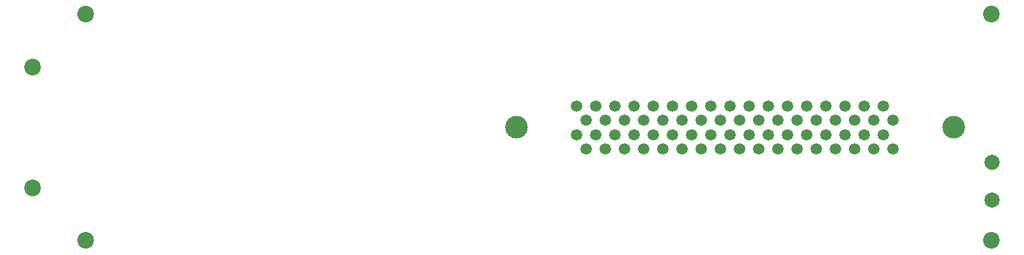
<source format=gbs>
G04 (created by PCBNEW (2013-mar-13)-testing) date Sat 16 Nov 2013 03:56:29 AM CET*
%MOIN*%
G04 Gerber Fmt 3.4, Leading zero omitted, Abs format*
%FSLAX34Y34*%
G01*
G70*
G90*
G04 APERTURE LIST*
%ADD10C,0.005906*%
%ADD11C,0.078740*%
%ADD12C,0.086614*%
%ADD13C,0.059055*%
%ADD14C,0.118110*%
G04 APERTURE END LIST*
G54D10*
G54D11*
X92550Y-54984D03*
X92550Y-53015D03*
G54D12*
X45275Y-45275D03*
X45275Y-57086D03*
X42519Y-48031D03*
X42519Y-54330D03*
G54D13*
X87383Y-50806D03*
X87383Y-52306D03*
X86883Y-50056D03*
X86883Y-51556D03*
X86383Y-50806D03*
X86383Y-52306D03*
X85883Y-50056D03*
X85883Y-51556D03*
X85383Y-50806D03*
X85383Y-52306D03*
X84883Y-50056D03*
X84883Y-51556D03*
X84383Y-50806D03*
X84383Y-52306D03*
X83883Y-50056D03*
X83883Y-51556D03*
X83383Y-50806D03*
X83383Y-52306D03*
X82883Y-50056D03*
X82883Y-51556D03*
X82383Y-50806D03*
X82383Y-52306D03*
X81883Y-50056D03*
X81883Y-51556D03*
X81383Y-50806D03*
X81383Y-52306D03*
X80883Y-50056D03*
X80883Y-51556D03*
X80383Y-50806D03*
X80383Y-52306D03*
X79883Y-50056D03*
X79883Y-51556D03*
X79383Y-50806D03*
X79383Y-52306D03*
X78883Y-50056D03*
X78883Y-51556D03*
X78383Y-50806D03*
X78383Y-52306D03*
X77883Y-50056D03*
X77883Y-51556D03*
X77383Y-50806D03*
X77383Y-52306D03*
X76883Y-50056D03*
X76883Y-51556D03*
X76383Y-50806D03*
X76383Y-52306D03*
X75883Y-50056D03*
X75883Y-51556D03*
X75383Y-50806D03*
X75383Y-52306D03*
X74883Y-50056D03*
X74883Y-51556D03*
X74383Y-50806D03*
X74383Y-52306D03*
X73883Y-50056D03*
X73883Y-51556D03*
X73383Y-50806D03*
X73383Y-52306D03*
X72883Y-50056D03*
X72883Y-51556D03*
X72383Y-50806D03*
X72383Y-52306D03*
X71883Y-50056D03*
X71883Y-51556D03*
X71383Y-50806D03*
X71383Y-52306D03*
X70883Y-50056D03*
X70883Y-51556D03*
G54D14*
X67733Y-51181D03*
X90533Y-51181D03*
G54D12*
X90551Y-51181D03*
X92519Y-45275D03*
X92519Y-57086D03*
M02*

</source>
